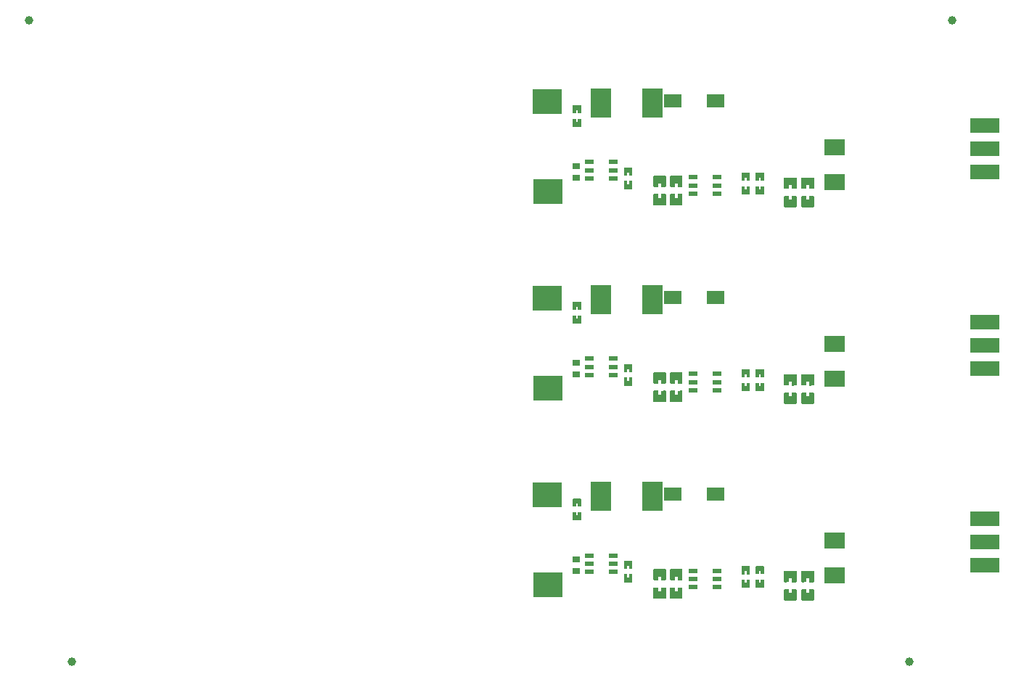
<source format=gtp>
G04 Layer: TopPasteMaskLayer*
G04 EasyEDA Pro v1.9.28.eba1c1, 2023-02-22 19:28:42*
G04 Gerber Generator version 0.3*
G04 Scale: 100 percent, Rotated: No, Reflected: No*
G04 Dimensions in millimeters*
G04 Leading zeros omitted, absolute positions, 3 integers and 3 decimals*
G04 Panelize: Stamp Hole, Column: 1, Row: 3, Board Size: 127.734mm x 20.95mm, Panelized Board Size: 127.734mm x 82.847mm, Panelized Method: All Objects*
%FSLAX33Y33*%
%MOMM*%
%AMRect*21,1,$1,$2,0,0,$3*%
%ADD10C,1.000001*%
%ADD11C,0.0254*%
%ADD12R,3.500001X1.799999*%
%ADD13R,3.500001X2.999999*%
%ADD14R,0.999998X0.550012*%
%ADD15R,2.0675X1.539011*%
%ADD16R,2.062505X1.539011*%
%ADD17R,2.350008X3.499993*%
%ADD18R,2.399995X1.899996*%
%ADD19Rect,1.899996X2.399995X90.73*%
%ADD20R,0.899998X0.799998*%
G75*


G04 Panelize Start*
G54D10*
G01X-59975Y60373D03*
G01X47760Y60373D03*
G01X-54975Y-14475D03*
G01X42760Y-14475D03*
G04 Panelize End*

G04 PolygonModel Start*
G36*
G01X25723Y-5758D02*
G01X25723Y-4958D01*
G01X25673Y-4908D01*
G01X25445D01*
G01Y-5278D01*
G01X25115D01*
G01Y-4908D01*
G01X24873D01*
G01X24823Y-4958D01*
G01Y-5758D01*
G01X24873Y-5808D01*
G01X25673D01*
G01X25723Y-5758D01*
G37*
G54D11*
G01X25723Y-5758D02*
G01X25723Y-4958D01*
G01X25673Y-4908D01*
G01X25445D01*
G01Y-5278D01*
G01X25115D01*
G01Y-4908D01*
G01X24873D01*
G01X24823Y-4958D01*
G01Y-5758D01*
G01X24873Y-5808D01*
G01X25673D01*
G01X25723Y-5758D01*
G36*
G01X25673Y-4208D02*
G01X25445Y-4208D01*
G01Y-3828D01*
G01X25115D01*
G01Y-4208D01*
G01X24873D01*
G01X24823Y-4158D01*
G01Y-3368D01*
G01X24873Y-3318D01*
G01X25673D01*
G01X25723Y-3368D01*
G01Y-4158D01*
G01X25673Y-4208D01*
G37*
G01X25673Y-4208D02*
G01X25445Y-4208D01*
G01Y-3828D01*
G01X25115D01*
G01Y-4208D01*
G01X24873D01*
G01X24823Y-4158D01*
G01Y-3368D01*
G01X24873Y-3318D01*
G01X25673D01*
G01X25723Y-3368D01*
G01Y-4158D01*
G01X25673Y-4208D01*
G36*
G01X12969Y-3675D02*
G01X14249Y-3675D01*
G01X14299Y-3725D01*
G01Y-4875D01*
G01X14249Y-4925D01*
G01X13839Y-4930D01*
G01Y-4480D01*
G01X13389D01*
G01Y-4920D01*
G01X12969Y-4925D01*
G01X12919Y-4875D01*
G01Y-3725D01*
G01X12969Y-3675D01*
G37*
G01X12969Y-3675D02*
G01X14249Y-3675D01*
G01X14299Y-3725D01*
G01Y-4875D01*
G01X14249Y-4925D01*
G01X13839Y-4930D01*
G01Y-4480D01*
G01X13389D01*
G01Y-4920D01*
G01X12969Y-4925D01*
G01X12919Y-4875D01*
G01Y-3725D01*
G01X12969Y-3675D01*
G36*
G01X12969Y-5825D02*
G01X13389Y-5825D01*
G01Y-6270D01*
G01X13839D01*
G01Y-5830D01*
G01X14249Y-5825D01*
G01X14299Y-5875D01*
G01Y-7025D01*
G01X14249Y-7075D01*
G01X12969D01*
G01X12919Y-7025D01*
G01Y-5875D01*
G01X12969Y-5825D01*
G37*
G01X12969Y-5825D02*
G01X13389Y-5825D01*
G01Y-6270D01*
G01X13839D01*
G01Y-5830D01*
G01X14249Y-5825D01*
G01X14299Y-5875D01*
G01Y-7025D01*
G01X14249Y-7075D01*
G01X12969D01*
G01X12919Y-7025D01*
G01Y-5875D01*
G01X12969Y-5825D01*
G36*
G01X14874Y-3675D02*
G01X16154Y-3675D01*
G01X16204Y-3725D01*
G01Y-4875D01*
G01X16154Y-4925D01*
G01X15744Y-4930D01*
G01Y-4480D01*
G01X15294D01*
G01Y-4920D01*
G01X14874Y-4925D01*
G01X14824Y-4875D01*
G01Y-3725D01*
G01X14874Y-3675D01*
G37*
G01X14874Y-3675D02*
G01X16154Y-3675D01*
G01X16204Y-3725D01*
G01Y-4875D01*
G01X16154Y-4925D01*
G01X15744Y-4930D01*
G01Y-4480D01*
G01X15294D01*
G01Y-4920D01*
G01X14874Y-4925D01*
G01X14824Y-4875D01*
G01Y-3725D01*
G01X14874Y-3675D01*
G36*
G01X14874Y-5825D02*
G01X15294Y-5825D01*
G01Y-6270D01*
G01X15744D01*
G01Y-5830D01*
G01X16154Y-5825D01*
G01X16204Y-5875D01*
G01Y-7025D01*
G01X16154Y-7075D01*
G01X14874D01*
G01X14824Y-7025D01*
G01Y-5875D01*
G01X14874Y-5825D01*
G37*
G01X14874Y-5825D02*
G01X15294Y-5825D01*
G01Y-6270D01*
G01X15744D01*
G01Y-5830D01*
G01X16154Y-5825D01*
G01X16204Y-5875D01*
G01Y-7025D01*
G01X16154Y-7075D01*
G01X14874D01*
G01X14824Y-7025D01*
G01Y-5875D01*
G01X14874Y-5825D01*
G36*
G01X28209Y-3897D02*
G01X29489Y-3897D01*
G01X29539Y-3947D01*
G01Y-5097D01*
G01X29489Y-5147D01*
G01X29079Y-5152D01*
G01Y-4702D01*
G01X28629D01*
G01Y-5142D01*
G01X28209Y-5147D01*
G01X28159Y-5097D01*
G01Y-3947D01*
G01X28209Y-3897D01*
G37*
G01X28209Y-3897D02*
G01X29489Y-3897D01*
G01X29539Y-3947D01*
G01Y-5097D01*
G01X29489Y-5147D01*
G01X29079Y-5152D01*
G01Y-4702D01*
G01X28629D01*
G01Y-5142D01*
G01X28209Y-5147D01*
G01X28159Y-5097D01*
G01Y-3947D01*
G01X28209Y-3897D01*
G36*
G01X28209Y-6047D02*
G01X28629Y-6047D01*
G01Y-6492D01*
G01X29079D01*
G01Y-6052D01*
G01X29489Y-6047D01*
G01X29539Y-6097D01*
G01Y-7247D01*
G01X29489Y-7297D01*
G01X28209D01*
G01X28159Y-7247D01*
G01Y-6097D01*
G01X28209Y-6047D01*
G37*
G01X28209Y-6047D02*
G01X28629Y-6047D01*
G01Y-6492D01*
G01X29079D01*
G01Y-6052D01*
G01X29489Y-6047D01*
G01X29539Y-6097D01*
G01Y-7247D01*
G01X29489Y-7297D01*
G01X28209D01*
G01X28159Y-7247D01*
G01Y-6097D01*
G01X28209Y-6047D01*
G36*
G01X30241Y-3897D02*
G01X31521Y-3897D01*
G01X31571Y-3947D01*
G01Y-5097D01*
G01X31521Y-5147D01*
G01X31111Y-5152D01*
G01Y-4702D01*
G01X30661D01*
G01Y-5142D01*
G01X30241Y-5147D01*
G01X30191Y-5097D01*
G01Y-3947D01*
G01X30241Y-3897D01*
G37*
G01X30241Y-3897D02*
G01X31521Y-3897D01*
G01X31571Y-3947D01*
G01Y-5097D01*
G01X31521Y-5147D01*
G01X31111Y-5152D01*
G01Y-4702D01*
G01X30661D01*
G01Y-5142D01*
G01X30241Y-5147D01*
G01X30191Y-5097D01*
G01Y-3947D01*
G01X30241Y-3897D01*
G36*
G01X30241Y-6047D02*
G01X30661Y-6047D01*
G01Y-6492D01*
G01X31111D01*
G01Y-6052D01*
G01X31521Y-6047D01*
G01X31571Y-6097D01*
G01Y-7247D01*
G01X31521Y-7297D01*
G01X30241D01*
G01X30191Y-7247D01*
G01Y-6097D01*
G01X30241Y-6047D01*
G37*
G01X30241Y-6047D02*
G01X30661Y-6047D01*
G01Y-6492D01*
G01X31111D01*
G01Y-6052D01*
G01X31521Y-6047D01*
G01X31571Y-6097D01*
G01Y-7247D01*
G01X31521Y-7297D01*
G01X30241D01*
G01X30191Y-7247D01*
G01Y-6097D01*
G01X30241Y-6047D01*
G36*
G01X23172Y-3368D02*
G01X23172Y-4168D01*
G01X23222Y-4218D01*
G01X23450D01*
G01Y-3848D01*
G01X23780D01*
G01Y-4218D01*
G01X24022D01*
G01X24072Y-4168D01*
G01Y-3368D01*
G01X24022Y-3318D01*
G01X23222D01*
G01X23172Y-3368D01*
G37*
G01X23172Y-3368D02*
G01X23172Y-4168D01*
G01X23222Y-4218D01*
G01X23450D01*
G01Y-3848D01*
G01X23780D01*
G01Y-4218D01*
G01X24022D01*
G01X24072Y-4168D01*
G01Y-3368D01*
G01X24022Y-3318D01*
G01X23222D01*
G01X23172Y-3368D01*
G36*
G01X23222Y-4918D02*
G01X23450Y-4918D01*
G01Y-5298D01*
G01X23780D01*
G01Y-4918D01*
G01X24022D01*
G01X24072Y-4968D01*
G01Y-5758D01*
G01X24022Y-5808D01*
G01X23222D01*
G01X23172Y-5758D01*
G01Y-4968D01*
G01X23222Y-4918D01*
G37*
G01X23222Y-4918D02*
G01X23450Y-4918D01*
G01Y-5298D01*
G01X23780D01*
G01Y-4918D01*
G01X24022D01*
G01X24072Y-4968D01*
G01Y-5758D01*
G01X24022Y-5808D01*
G01X23222D01*
G01X23172Y-5758D01*
G01Y-4968D01*
G01X23222Y-4918D01*
G36*
G01X10356Y-5141D02*
G01X10356Y-4341D01*
G01X10306Y-4291D01*
G01X10078D01*
G01Y-4661D01*
G01X9748D01*
G01Y-4291D01*
G01X9506D01*
G01X9456Y-4341D01*
G01Y-5141D01*
G01X9506Y-5191D01*
G01X10306D01*
G01X10356Y-5141D01*
G37*
G01X10356Y-5141D02*
G01X10356Y-4341D01*
G01X10306Y-4291D01*
G01X10078D01*
G01Y-4661D01*
G01X9748D01*
G01Y-4291D01*
G01X9506D01*
G01X9456Y-4341D01*
G01Y-5141D01*
G01X9506Y-5191D01*
G01X10306D01*
G01X10356Y-5141D01*
G36*
G01X10306Y-3591D02*
G01X10078Y-3591D01*
G01Y-3211D01*
G01X9748D01*
G01Y-3591D01*
G01X9506D01*
G01X9456Y-3541D01*
G01Y-2751D01*
G01X9506Y-2701D01*
G01X10306D01*
G01X10356Y-2751D01*
G01Y-3541D01*
G01X10306Y-3591D01*
G37*
G01X10306Y-3591D02*
G01X10078Y-3591D01*
G01Y-3211D01*
G01X9748D01*
G01Y-3591D01*
G01X9506D01*
G01X9456Y-3541D01*
G01Y-2751D01*
G01X9506Y-2701D01*
G01X10306D01*
G01X10356Y-2751D01*
G01Y-3541D01*
G01X10306Y-3591D01*
G36*
G01X4387Y2116D02*
G01X4387Y2916D01*
G01X4337Y2966D01*
G01X4109D01*
G01Y2596D01*
G01X3779D01*
G01Y2966D01*
G01X3537D01*
G01X3487Y2916D01*
G01Y2116D01*
G01X3537Y2066D01*
G01X4337D01*
G01X4387Y2116D01*
G37*
G01X4387Y2116D02*
G01X4387Y2916D01*
G01X4337Y2966D01*
G01X4109D01*
G01Y2596D01*
G01X3779D01*
G01Y2966D01*
G01X3537D01*
G01X3487Y2916D01*
G01Y2116D01*
G01X3537Y2066D01*
G01X4337D01*
G01X4387Y2116D01*
G36*
G01X4337Y3666D02*
G01X4109Y3666D01*
G01Y4046D01*
G01X3779D01*
G01Y3666D01*
G01X3537D01*
G01X3487Y3716D01*
G01Y4506D01*
G01X3537Y4556D01*
G01X4337D01*
G01X4387Y4506D01*
G01Y3716D01*
G01X4337Y3666D01*
G37*
G01X4337Y3666D02*
G01X4109Y3666D01*
G01Y4046D01*
G01X3779D01*
G01Y3666D01*
G01X3537D01*
G01X3487Y3716D01*
G01Y4506D01*
G01X3537Y4556D01*
G01X4337D01*
G01X4387Y4506D01*
G01Y3716D01*
G01X4337Y3666D01*
G04 PolygonModel End*

G04 Pad Start*
G54D12*
G01X51562Y2159D03*
G01X51562Y-538D03*
G01X51562Y-3235D03*
G54D13*
G01X508Y5000D03*
G01X635Y-5500D03*
G54D14*
G01X20323Y-3876D03*
G01X20323Y-4826D03*
G01X20323Y-5776D03*
G01X17523Y-5776D03*
G01X17523Y-4826D03*
G01X17523Y-3876D03*
G54D16*
G01X15149Y5080D03*
G01X20157Y5080D03*
G54D17*
G01X6744Y4826D03*
G01X12814Y4826D03*
G54D18*
G01X34036Y-4463D03*
G54D19*
G01X34036Y-363D03*
G54D14*
G01X8258Y-2098D03*
G01X8258Y-3048D03*
G01X8258Y-3998D03*
G01X5458Y-3998D03*
G01X5458Y-3048D03*
G01X5458Y-2098D03*
G54D20*
G01X3937Y-3937D03*
G01X3937Y-2537D03*
G04 Pad End*
G54D10*
G01X-59975Y60373D03*
G01X47760Y60373D03*
G01X-54975Y-14475D03*
G01X42760Y-14475D03*
G04 Panelize End*
G36*
G01X25723Y17191D02*
G01X25723Y17991D01*
G01X25673Y18041D01*
G01X25445D01*
G01Y17671D01*
G01X25115D01*
G01Y18041D01*
G01X24873D01*
G01X24823Y17991D01*
G01Y17191D01*
G01X24873Y17141D01*
G01X25673D01*
G01X25723Y17191D01*
G37*
G54D11*
G01X25723Y17191D02*
G01X25723Y17991D01*
G01X25673Y18041D01*
G01X25445D01*
G01Y17671D01*
G01X25115D01*
G01Y18041D01*
G01X24873D01*
G01X24823Y17991D01*
G01Y17191D01*
G01X24873Y17141D01*
G01X25673D01*
G01X25723Y17191D01*
G36*
G01X25673Y18741D02*
G01X25445Y18741D01*
G01Y19121D01*
G01X25115D01*
G01Y18741D01*
G01X24873D01*
G01X24823Y18791D01*
G01Y19581D01*
G01X24873Y19631D01*
G01X25673D01*
G01X25723Y19581D01*
G01Y18791D01*
G01X25673Y18741D01*
G37*
G01X25673Y18741D02*
G01X25445Y18741D01*
G01Y19121D01*
G01X25115D01*
G01Y18741D01*
G01X24873D01*
G01X24823Y18791D01*
G01Y19581D01*
G01X24873Y19631D01*
G01X25673D01*
G01X25723Y19581D01*
G01Y18791D01*
G01X25673Y18741D01*
G36*
G01X12969Y19274D02*
G01X14249Y19274D01*
G01X14299Y19224D01*
G01Y18074D01*
G01X14249Y18024D01*
G01X13839Y18019D01*
G01Y18469D01*
G01X13389D01*
G01Y18029D01*
G01X12969Y18024D01*
G01X12919Y18074D01*
G01Y19224D01*
G01X12969Y19274D01*
G37*
G01X12969Y19274D02*
G01X14249Y19274D01*
G01X14299Y19224D01*
G01Y18074D01*
G01X14249Y18024D01*
G01X13839Y18019D01*
G01Y18469D01*
G01X13389D01*
G01Y18029D01*
G01X12969Y18024D01*
G01X12919Y18074D01*
G01Y19224D01*
G01X12969Y19274D01*
G36*
G01X12969Y17124D02*
G01X13389Y17124D01*
G01Y16679D01*
G01X13839D01*
G01Y17119D01*
G01X14249Y17124D01*
G01X14299Y17074D01*
G01Y15924D01*
G01X14249Y15874D01*
G01X12969D01*
G01X12919Y15924D01*
G01Y17074D01*
G01X12969Y17124D01*
G37*
G01X12969Y17124D02*
G01X13389Y17124D01*
G01Y16679D01*
G01X13839D01*
G01Y17119D01*
G01X14249Y17124D01*
G01X14299Y17074D01*
G01Y15924D01*
G01X14249Y15874D01*
G01X12969D01*
G01X12919Y15924D01*
G01Y17074D01*
G01X12969Y17124D01*
G36*
G01X14874Y19274D02*
G01X16154Y19274D01*
G01X16204Y19224D01*
G01Y18074D01*
G01X16154Y18024D01*
G01X15744Y18019D01*
G01Y18469D01*
G01X15294D01*
G01Y18029D01*
G01X14874Y18024D01*
G01X14824Y18074D01*
G01Y19224D01*
G01X14874Y19274D01*
G37*
G01X14874Y19274D02*
G01X16154Y19274D01*
G01X16204Y19224D01*
G01Y18074D01*
G01X16154Y18024D01*
G01X15744Y18019D01*
G01Y18469D01*
G01X15294D01*
G01Y18029D01*
G01X14874Y18024D01*
G01X14824Y18074D01*
G01Y19224D01*
G01X14874Y19274D01*
G36*
G01X14874Y17124D02*
G01X15294Y17124D01*
G01Y16679D01*
G01X15744D01*
G01Y17119D01*
G01X16154Y17124D01*
G01X16204Y17074D01*
G01Y15924D01*
G01X16154Y15874D01*
G01X14874D01*
G01X14824Y15924D01*
G01Y17074D01*
G01X14874Y17124D01*
G37*
G01X14874Y17124D02*
G01X15294Y17124D01*
G01Y16679D01*
G01X15744D01*
G01Y17119D01*
G01X16154Y17124D01*
G01X16204Y17074D01*
G01Y15924D01*
G01X16154Y15874D01*
G01X14874D01*
G01X14824Y15924D01*
G01Y17074D01*
G01X14874Y17124D01*
G36*
G01X28209Y19052D02*
G01X29489Y19052D01*
G01X29539Y19002D01*
G01Y17852D01*
G01X29489Y17802D01*
G01X29079Y17797D01*
G01Y18247D01*
G01X28629D01*
G01Y17807D01*
G01X28209Y17802D01*
G01X28159Y17852D01*
G01Y19002D01*
G01X28209Y19052D01*
G37*
G01X28209Y19052D02*
G01X29489Y19052D01*
G01X29539Y19002D01*
G01Y17852D01*
G01X29489Y17802D01*
G01X29079Y17797D01*
G01Y18247D01*
G01X28629D01*
G01Y17807D01*
G01X28209Y17802D01*
G01X28159Y17852D01*
G01Y19002D01*
G01X28209Y19052D01*
G36*
G01X28209Y16902D02*
G01X28629Y16902D01*
G01Y16457D01*
G01X29079D01*
G01Y16897D01*
G01X29489Y16902D01*
G01X29539Y16852D01*
G01Y15702D01*
G01X29489Y15652D01*
G01X28209D01*
G01X28159Y15702D01*
G01Y16852D01*
G01X28209Y16902D01*
G37*
G01X28209Y16902D02*
G01X28629Y16902D01*
G01Y16457D01*
G01X29079D01*
G01Y16897D01*
G01X29489Y16902D01*
G01X29539Y16852D01*
G01Y15702D01*
G01X29489Y15652D01*
G01X28209D01*
G01X28159Y15702D01*
G01Y16852D01*
G01X28209Y16902D01*
G36*
G01X30241Y19052D02*
G01X31521Y19052D01*
G01X31571Y19002D01*
G01Y17852D01*
G01X31521Y17802D01*
G01X31111Y17797D01*
G01Y18247D01*
G01X30661D01*
G01Y17807D01*
G01X30241Y17802D01*
G01X30191Y17852D01*
G01Y19002D01*
G01X30241Y19052D01*
G37*
G01X30241Y19052D02*
G01X31521Y19052D01*
G01X31571Y19002D01*
G01Y17852D01*
G01X31521Y17802D01*
G01X31111Y17797D01*
G01Y18247D01*
G01X30661D01*
G01Y17807D01*
G01X30241Y17802D01*
G01X30191Y17852D01*
G01Y19002D01*
G01X30241Y19052D01*
G36*
G01X30241Y16902D02*
G01X30661Y16902D01*
G01Y16457D01*
G01X31111D01*
G01Y16897D01*
G01X31521Y16902D01*
G01X31571Y16852D01*
G01Y15702D01*
G01X31521Y15652D01*
G01X30241D01*
G01X30191Y15702D01*
G01Y16852D01*
G01X30241Y16902D01*
G37*
G01X30241Y16902D02*
G01X30661Y16902D01*
G01Y16457D01*
G01X31111D01*
G01Y16897D01*
G01X31521Y16902D01*
G01X31571Y16852D01*
G01Y15702D01*
G01X31521Y15652D01*
G01X30241D01*
G01X30191Y15702D01*
G01Y16852D01*
G01X30241Y16902D01*
G36*
G01X23172Y19581D02*
G01X23172Y18781D01*
G01X23222Y18731D01*
G01X23450D01*
G01Y19101D01*
G01X23780D01*
G01Y18731D01*
G01X24022D01*
G01X24072Y18781D01*
G01Y19581D01*
G01X24022Y19631D01*
G01X23222D01*
G01X23172Y19581D01*
G37*
G01X23172Y19581D02*
G01X23172Y18781D01*
G01X23222Y18731D01*
G01X23450D01*
G01Y19101D01*
G01X23780D01*
G01Y18731D01*
G01X24022D01*
G01X24072Y18781D01*
G01Y19581D01*
G01X24022Y19631D01*
G01X23222D01*
G01X23172Y19581D01*
G36*
G01X23222Y18031D02*
G01X23450Y18031D01*
G01Y17651D01*
G01X23780D01*
G01Y18031D01*
G01X24022D01*
G01X24072Y17981D01*
G01Y17191D01*
G01X24022Y17141D01*
G01X23222D01*
G01X23172Y17191D01*
G01Y17981D01*
G01X23222Y18031D01*
G37*
G01X23222Y18031D02*
G01X23450Y18031D01*
G01Y17651D01*
G01X23780D01*
G01Y18031D01*
G01X24022D01*
G01X24072Y17981D01*
G01Y17191D01*
G01X24022Y17141D01*
G01X23222D01*
G01X23172Y17191D01*
G01Y17981D01*
G01X23222Y18031D01*
G36*
G01X10356Y17809D02*
G01X10356Y18609D01*
G01X10306Y18659D01*
G01X10078D01*
G01Y18289D01*
G01X9748D01*
G01Y18659D01*
G01X9506D01*
G01X9456Y18609D01*
G01Y17809D01*
G01X9506Y17759D01*
G01X10306D01*
G01X10356Y17809D01*
G37*
G01X10356Y17809D02*
G01X10356Y18609D01*
G01X10306Y18659D01*
G01X10078D01*
G01Y18289D01*
G01X9748D01*
G01Y18659D01*
G01X9506D01*
G01X9456Y18609D01*
G01Y17809D01*
G01X9506Y17759D01*
G01X10306D01*
G01X10356Y17809D01*
G36*
G01X10306Y19359D02*
G01X10078Y19359D01*
G01Y19739D01*
G01X9748D01*
G01Y19359D01*
G01X9506D01*
G01X9456Y19409D01*
G01Y20199D01*
G01X9506Y20249D01*
G01X10306D01*
G01X10356Y20199D01*
G01Y19409D01*
G01X10306Y19359D01*
G37*
G01X10306Y19359D02*
G01X10078Y19359D01*
G01Y19739D01*
G01X9748D01*
G01Y19359D01*
G01X9506D01*
G01X9456Y19409D01*
G01Y20199D01*
G01X9506Y20249D01*
G01X10306D01*
G01X10356Y20199D01*
G01Y19409D01*
G01X10306Y19359D01*
G36*
G01X4387Y25065D02*
G01X4387Y25865D01*
G01X4337Y25915D01*
G01X4109D01*
G01Y25545D01*
G01X3779D01*
G01Y25915D01*
G01X3537D01*
G01X3487Y25865D01*
G01Y25065D01*
G01X3537Y25015D01*
G01X4337D01*
G01X4387Y25065D01*
G37*
G01X4387Y25065D02*
G01X4387Y25865D01*
G01X4337Y25915D01*
G01X4109D01*
G01Y25545D01*
G01X3779D01*
G01Y25915D01*
G01X3537D01*
G01X3487Y25865D01*
G01Y25065D01*
G01X3537Y25015D01*
G01X4337D01*
G01X4387Y25065D01*
G36*
G01X4337Y26615D02*
G01X4109Y26615D01*
G01Y26995D01*
G01X3779D01*
G01Y26615D01*
G01X3537D01*
G01X3487Y26665D01*
G01Y27455D01*
G01X3537Y27505D01*
G01X4337D01*
G01X4387Y27455D01*
G01Y26665D01*
G01X4337Y26615D01*
G37*
G01X4337Y26615D02*
G01X4109Y26615D01*
G01Y26995D01*
G01X3779D01*
G01Y26615D01*
G01X3537D01*
G01X3487Y26665D01*
G01Y27455D01*
G01X3537Y27505D01*
G01X4337D01*
G01X4387Y27455D01*
G01Y26665D01*
G01X4337Y26615D01*
G04 PolygonModel End*
G54D12*
G01X51562Y25108D03*
G01X51562Y22411D03*
G01X51562Y19714D03*
G54D13*
G01X508Y27949D03*
G01X635Y17449D03*
G54D14*
G01X20323Y19073D03*
G01X20323Y18123D03*
G01X20323Y17173D03*
G01X17523Y17173D03*
G01X17523Y18123D03*
G01X17523Y19073D03*
G54D16*
G01X15149Y28029D03*
G01X20157Y28029D03*
G54D17*
G01X6744Y27775D03*
G01X12814Y27775D03*
G54D18*
G01X34036Y18486D03*
G54D19*
G01X34036Y22586D03*
G54D14*
G01X8258Y20851D03*
G01X8258Y19901D03*
G01X8258Y18951D03*
G01X5458Y18951D03*
G01X5458Y19901D03*
G01X5458Y20851D03*
G54D20*
G01X3937Y19012D03*
G01X3937Y20412D03*
G04 Pad End*
G54D10*
G01X-59975Y60373D03*
G01X47760Y60373D03*
G01X-54975Y-14475D03*
G01X42760Y-14475D03*
G04 Panelize End*
G36*
G01X25723Y40140D02*
G01X25723Y40940D01*
G01X25673Y40990D01*
G01X25445D01*
G01Y40620D01*
G01X25115D01*
G01Y40990D01*
G01X24873D01*
G01X24823Y40940D01*
G01Y40140D01*
G01X24873Y40090D01*
G01X25673D01*
G01X25723Y40140D01*
G37*
G54D11*
G01X25723Y40140D02*
G01X25723Y40940D01*
G01X25673Y40990D01*
G01X25445D01*
G01Y40620D01*
G01X25115D01*
G01Y40990D01*
G01X24873D01*
G01X24823Y40940D01*
G01Y40140D01*
G01X24873Y40090D01*
G01X25673D01*
G01X25723Y40140D01*
G36*
G01X25673Y41690D02*
G01X25445Y41690D01*
G01Y42070D01*
G01X25115D01*
G01Y41690D01*
G01X24873D01*
G01X24823Y41740D01*
G01Y42530D01*
G01X24873Y42580D01*
G01X25673D01*
G01X25723Y42530D01*
G01Y41740D01*
G01X25673Y41690D01*
G37*
G01X25673Y41690D02*
G01X25445Y41690D01*
G01Y42070D01*
G01X25115D01*
G01Y41690D01*
G01X24873D01*
G01X24823Y41740D01*
G01Y42530D01*
G01X24873Y42580D01*
G01X25673D01*
G01X25723Y42530D01*
G01Y41740D01*
G01X25673Y41690D01*
G36*
G01X12969Y42223D02*
G01X14249Y42223D01*
G01X14299Y42173D01*
G01Y41023D01*
G01X14249Y40973D01*
G01X13839Y40968D01*
G01Y41418D01*
G01X13389D01*
G01Y40978D01*
G01X12969Y40973D01*
G01X12919Y41023D01*
G01Y42173D01*
G01X12969Y42223D01*
G37*
G01X12969Y42223D02*
G01X14249Y42223D01*
G01X14299Y42173D01*
G01Y41023D01*
G01X14249Y40973D01*
G01X13839Y40968D01*
G01Y41418D01*
G01X13389D01*
G01Y40978D01*
G01X12969Y40973D01*
G01X12919Y41023D01*
G01Y42173D01*
G01X12969Y42223D01*
G36*
G01X12969Y40073D02*
G01X13389Y40073D01*
G01Y39628D01*
G01X13839D01*
G01Y40068D01*
G01X14249Y40073D01*
G01X14299Y40023D01*
G01Y38873D01*
G01X14249Y38823D01*
G01X12969D01*
G01X12919Y38873D01*
G01Y40023D01*
G01X12969Y40073D01*
G37*
G01X12969Y40073D02*
G01X13389Y40073D01*
G01Y39628D01*
G01X13839D01*
G01Y40068D01*
G01X14249Y40073D01*
G01X14299Y40023D01*
G01Y38873D01*
G01X14249Y38823D01*
G01X12969D01*
G01X12919Y38873D01*
G01Y40023D01*
G01X12969Y40073D01*
G36*
G01X14874Y42223D02*
G01X16154Y42223D01*
G01X16204Y42173D01*
G01Y41023D01*
G01X16154Y40973D01*
G01X15744Y40968D01*
G01Y41418D01*
G01X15294D01*
G01Y40978D01*
G01X14874Y40973D01*
G01X14824Y41023D01*
G01Y42173D01*
G01X14874Y42223D01*
G37*
G01X14874Y42223D02*
G01X16154Y42223D01*
G01X16204Y42173D01*
G01Y41023D01*
G01X16154Y40973D01*
G01X15744Y40968D01*
G01Y41418D01*
G01X15294D01*
G01Y40978D01*
G01X14874Y40973D01*
G01X14824Y41023D01*
G01Y42173D01*
G01X14874Y42223D01*
G36*
G01X14874Y40073D02*
G01X15294Y40073D01*
G01Y39628D01*
G01X15744D01*
G01Y40068D01*
G01X16154Y40073D01*
G01X16204Y40023D01*
G01Y38873D01*
G01X16154Y38823D01*
G01X14874D01*
G01X14824Y38873D01*
G01Y40023D01*
G01X14874Y40073D01*
G37*
G01X14874Y40073D02*
G01X15294Y40073D01*
G01Y39628D01*
G01X15744D01*
G01Y40068D01*
G01X16154Y40073D01*
G01X16204Y40023D01*
G01Y38873D01*
G01X16154Y38823D01*
G01X14874D01*
G01X14824Y38873D01*
G01Y40023D01*
G01X14874Y40073D01*
G36*
G01X28209Y42001D02*
G01X29489Y42001D01*
G01X29539Y41951D01*
G01Y40801D01*
G01X29489Y40751D01*
G01X29079Y40746D01*
G01Y41196D01*
G01X28629D01*
G01Y40756D01*
G01X28209Y40751D01*
G01X28159Y40801D01*
G01Y41951D01*
G01X28209Y42001D01*
G37*
G01X28209Y42001D02*
G01X29489Y42001D01*
G01X29539Y41951D01*
G01Y40801D01*
G01X29489Y40751D01*
G01X29079Y40746D01*
G01Y41196D01*
G01X28629D01*
G01Y40756D01*
G01X28209Y40751D01*
G01X28159Y40801D01*
G01Y41951D01*
G01X28209Y42001D01*
G36*
G01X28209Y39851D02*
G01X28629Y39851D01*
G01Y39406D01*
G01X29079D01*
G01Y39846D01*
G01X29489Y39851D01*
G01X29539Y39801D01*
G01Y38651D01*
G01X29489Y38601D01*
G01X28209D01*
G01X28159Y38651D01*
G01Y39801D01*
G01X28209Y39851D01*
G37*
G01X28209Y39851D02*
G01X28629Y39851D01*
G01Y39406D01*
G01X29079D01*
G01Y39846D01*
G01X29489Y39851D01*
G01X29539Y39801D01*
G01Y38651D01*
G01X29489Y38601D01*
G01X28209D01*
G01X28159Y38651D01*
G01Y39801D01*
G01X28209Y39851D01*
G36*
G01X30241Y42001D02*
G01X31521Y42001D01*
G01X31571Y41951D01*
G01Y40801D01*
G01X31521Y40751D01*
G01X31111Y40746D01*
G01Y41196D01*
G01X30661D01*
G01Y40756D01*
G01X30241Y40751D01*
G01X30191Y40801D01*
G01Y41951D01*
G01X30241Y42001D01*
G37*
G01X30241Y42001D02*
G01X31521Y42001D01*
G01X31571Y41951D01*
G01Y40801D01*
G01X31521Y40751D01*
G01X31111Y40746D01*
G01Y41196D01*
G01X30661D01*
G01Y40756D01*
G01X30241Y40751D01*
G01X30191Y40801D01*
G01Y41951D01*
G01X30241Y42001D01*
G36*
G01X30241Y39851D02*
G01X30661Y39851D01*
G01Y39406D01*
G01X31111D01*
G01Y39846D01*
G01X31521Y39851D01*
G01X31571Y39801D01*
G01Y38651D01*
G01X31521Y38601D01*
G01X30241D01*
G01X30191Y38651D01*
G01Y39801D01*
G01X30241Y39851D01*
G37*
G01X30241Y39851D02*
G01X30661Y39851D01*
G01Y39406D01*
G01X31111D01*
G01Y39846D01*
G01X31521Y39851D01*
G01X31571Y39801D01*
G01Y38651D01*
G01X31521Y38601D01*
G01X30241D01*
G01X30191Y38651D01*
G01Y39801D01*
G01X30241Y39851D01*
G36*
G01X23172Y42530D02*
G01X23172Y41730D01*
G01X23222Y41680D01*
G01X23450D01*
G01Y42050D01*
G01X23780D01*
G01Y41680D01*
G01X24022D01*
G01X24072Y41730D01*
G01Y42530D01*
G01X24022Y42580D01*
G01X23222D01*
G01X23172Y42530D01*
G37*
G01X23172Y42530D02*
G01X23172Y41730D01*
G01X23222Y41680D01*
G01X23450D01*
G01Y42050D01*
G01X23780D01*
G01Y41680D01*
G01X24022D01*
G01X24072Y41730D01*
G01Y42530D01*
G01X24022Y42580D01*
G01X23222D01*
G01X23172Y42530D01*
G36*
G01X23222Y40980D02*
G01X23450Y40980D01*
G01Y40600D01*
G01X23780D01*
G01Y40980D01*
G01X24022D01*
G01X24072Y40930D01*
G01Y40140D01*
G01X24022Y40090D01*
G01X23222D01*
G01X23172Y40140D01*
G01Y40930D01*
G01X23222Y40980D01*
G37*
G01X23222Y40980D02*
G01X23450Y40980D01*
G01Y40600D01*
G01X23780D01*
G01Y40980D01*
G01X24022D01*
G01X24072Y40930D01*
G01Y40140D01*
G01X24022Y40090D01*
G01X23222D01*
G01X23172Y40140D01*
G01Y40930D01*
G01X23222Y40980D01*
G36*
G01X10356Y40758D02*
G01X10356Y41558D01*
G01X10306Y41608D01*
G01X10078D01*
G01Y41238D01*
G01X9748D01*
G01Y41608D01*
G01X9506D01*
G01X9456Y41558D01*
G01Y40758D01*
G01X9506Y40708D01*
G01X10306D01*
G01X10356Y40758D01*
G37*
G01X10356Y40758D02*
G01X10356Y41558D01*
G01X10306Y41608D01*
G01X10078D01*
G01Y41238D01*
G01X9748D01*
G01Y41608D01*
G01X9506D01*
G01X9456Y41558D01*
G01Y40758D01*
G01X9506Y40708D01*
G01X10306D01*
G01X10356Y40758D01*
G36*
G01X10306Y42308D02*
G01X10078Y42308D01*
G01Y42688D01*
G01X9748D01*
G01Y42308D01*
G01X9506D01*
G01X9456Y42358D01*
G01Y43148D01*
G01X9506Y43198D01*
G01X10306D01*
G01X10356Y43148D01*
G01Y42358D01*
G01X10306Y42308D01*
G37*
G01X10306Y42308D02*
G01X10078Y42308D01*
G01Y42688D01*
G01X9748D01*
G01Y42308D01*
G01X9506D01*
G01X9456Y42358D01*
G01Y43148D01*
G01X9506Y43198D01*
G01X10306D01*
G01X10356Y43148D01*
G01Y42358D01*
G01X10306Y42308D01*
G36*
G01X4387Y48014D02*
G01X4387Y48814D01*
G01X4337Y48864D01*
G01X4109D01*
G01Y48494D01*
G01X3779D01*
G01Y48864D01*
G01X3537D01*
G01X3487Y48814D01*
G01Y48014D01*
G01X3537Y47964D01*
G01X4337D01*
G01X4387Y48014D01*
G37*
G01X4387Y48014D02*
G01X4387Y48814D01*
G01X4337Y48864D01*
G01X4109D01*
G01Y48494D01*
G01X3779D01*
G01Y48864D01*
G01X3537D01*
G01X3487Y48814D01*
G01Y48014D01*
G01X3537Y47964D01*
G01X4337D01*
G01X4387Y48014D01*
G36*
G01X4337Y49564D02*
G01X4109Y49564D01*
G01Y49944D01*
G01X3779D01*
G01Y49564D01*
G01X3537D01*
G01X3487Y49614D01*
G01Y50404D01*
G01X3537Y50454D01*
G01X4337D01*
G01X4387Y50404D01*
G01Y49614D01*
G01X4337Y49564D01*
G37*
G01X4337Y49564D02*
G01X4109Y49564D01*
G01Y49944D01*
G01X3779D01*
G01Y49564D01*
G01X3537D01*
G01X3487Y49614D01*
G01Y50404D01*
G01X3537Y50454D01*
G01X4337D01*
G01X4387Y50404D01*
G01Y49614D01*
G01X4337Y49564D01*
G04 PolygonModel End*
G54D12*
G01X51562Y48057D03*
G01X51562Y45360D03*
G01X51562Y42663D03*
G54D13*
G01X508Y50898D03*
G01X635Y40398D03*
G54D14*
G01X20323Y42022D03*
G01X20323Y41072D03*
G01X20323Y40122D03*
G01X17523Y40122D03*
G01X17523Y41072D03*
G01X17523Y42022D03*
G54D16*
G01X15149Y50978D03*
G01X20157Y50978D03*
G54D17*
G01X6744Y50724D03*
G01X12814Y50724D03*
G54D18*
G01X34036Y41435D03*
G54D19*
G01X34036Y45535D03*
G54D14*
G01X8258Y43800D03*
G01X8258Y42850D03*
G01X8258Y41900D03*
G01X5458Y41900D03*
G01X5458Y42850D03*
G01X5458Y43800D03*
G54D20*
G01X3937Y41961D03*
G01X3937Y43361D03*
G04 Pad End*

M02*

</source>
